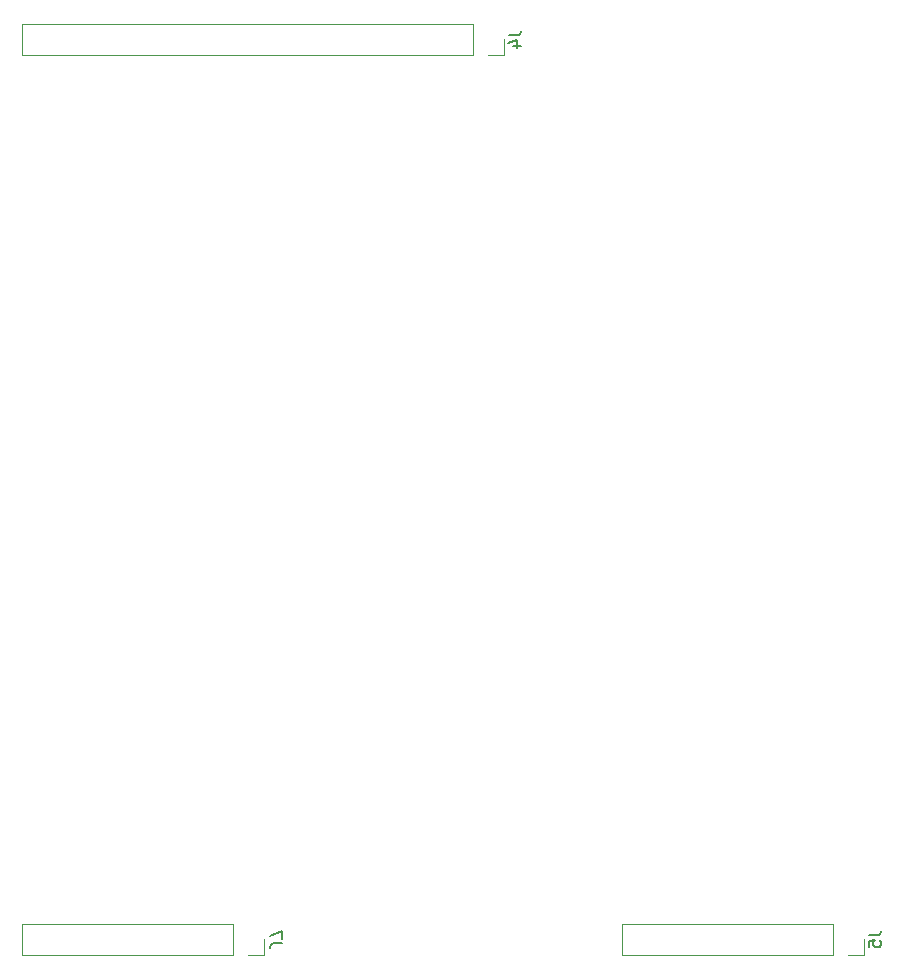
<source format=gbr>
G04 #@! TF.GenerationSoftware,KiCad,Pcbnew,(5.1.5-0-10_14)*
G04 #@! TF.CreationDate,2020-11-20T10:26:45+01:00*
G04 #@! TF.ProjectId,6502,36353032-2e6b-4696-9361-645f70636258,rev?*
G04 #@! TF.SameCoordinates,Original*
G04 #@! TF.FileFunction,Legend,Bot*
G04 #@! TF.FilePolarity,Positive*
%FSLAX46Y46*%
G04 Gerber Fmt 4.6, Leading zero omitted, Abs format (unit mm)*
G04 Created by KiCad (PCBNEW (5.1.5-0-10_14)) date 2020-11-20 10:26:45*
%MOMM*%
%LPD*%
G04 APERTURE LIST*
%ADD10C,0.120000*%
%ADD11C,0.150000*%
G04 APERTURE END LIST*
D10*
X133410000Y-133410000D02*
X133410000Y-132080000D01*
X132080000Y-133410000D02*
X133410000Y-133410000D01*
X130810000Y-133410000D02*
X130810000Y-130750000D01*
X130810000Y-130750000D02*
X112970000Y-130750000D01*
X130810000Y-133410000D02*
X112970000Y-133410000D01*
X112970000Y-133410000D02*
X112970000Y-130750000D01*
X184210000Y-133410000D02*
X184210000Y-132080000D01*
X182880000Y-133410000D02*
X184210000Y-133410000D01*
X181610000Y-133410000D02*
X181610000Y-130750000D01*
X181610000Y-130750000D02*
X163770000Y-130750000D01*
X181610000Y-133410000D02*
X163770000Y-133410000D01*
X163770000Y-133410000D02*
X163770000Y-130750000D01*
X153730000Y-57210000D02*
X153730000Y-55880000D01*
X152400000Y-57210000D02*
X153730000Y-57210000D01*
X151130000Y-57210000D02*
X151130000Y-54550000D01*
X151130000Y-54550000D02*
X112970000Y-54550000D01*
X151130000Y-57210000D02*
X112970000Y-57210000D01*
X112970000Y-57210000D02*
X112970000Y-54550000D01*
D11*
X134957619Y-132413333D02*
X134243333Y-132413333D01*
X134100476Y-132460952D01*
X134005238Y-132556190D01*
X133957619Y-132699047D01*
X133957619Y-132794285D01*
X134957619Y-132032380D02*
X134957619Y-131365714D01*
X133957619Y-131794285D01*
X184662380Y-131746666D02*
X185376666Y-131746666D01*
X185519523Y-131699047D01*
X185614761Y-131603809D01*
X185662380Y-131460952D01*
X185662380Y-131365714D01*
X184662380Y-132699047D02*
X184662380Y-132222857D01*
X185138571Y-132175238D01*
X185090952Y-132222857D01*
X185043333Y-132318095D01*
X185043333Y-132556190D01*
X185090952Y-132651428D01*
X185138571Y-132699047D01*
X185233809Y-132746666D01*
X185471904Y-132746666D01*
X185567142Y-132699047D01*
X185614761Y-132651428D01*
X185662380Y-132556190D01*
X185662380Y-132318095D01*
X185614761Y-132222857D01*
X185567142Y-132175238D01*
X154182380Y-55546666D02*
X154896666Y-55546666D01*
X155039523Y-55499047D01*
X155134761Y-55403809D01*
X155182380Y-55260952D01*
X155182380Y-55165714D01*
X154515714Y-56451428D02*
X155182380Y-56451428D01*
X154134761Y-56213333D02*
X154849047Y-55975238D01*
X154849047Y-56594285D01*
M02*

</source>
